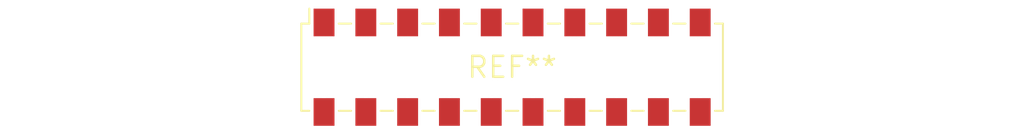
<source format=kicad_pcb>
(kicad_pcb (version 20240108) (generator pcbnew)
  (layers (0 "F.Cu" signal) (31 "B.Cu" signal) (34 "B.Paste" user) (35 "F.Paste" user) (36 "B.SilkS" user "B.Silkscreen") (37 "F.SilkS" user "F.Silkscreen") (38 "B.Mask" user) (39 "F.Mask" user) (44 "Edge.Cuts" user))
  (net 0 "")
  (footprint "Samtec_HLE-110-02-xxx-DV-BE-A_2x10_P2.54mm_Horizontal" (layer "F.Cu") (at 0 0)
    (property "Reference" "REF**")
    (property "Value" "Samtec_HLE-110-02-xxx-DV-BE-A_2x10_P2.54mm_Horizontal")
    (fp_line (start -12.81 -2.65) (end -12.81 2.65) (layer "F.SilkS") (stroke (width 0.12)))
    (fp_line (start -12.81 2.65) (end -12.325 2.65) (layer "F.SilkS") (stroke (width 0.12)))
    (fp_line (start -12.325 -3.56) (end -12.325 -2.65) (layer "F.SilkS") (stroke (width 0.12)))
    (fp_line (start -12.325 -2.65) (end -12.81 -2.65) (layer "F.SilkS") (stroke (width 0.12)))
    (fp_line (start -10.535 -2.65) (end -9.785 -2.65) (layer "F.SilkS") (stroke (width 0.12)))
    (fp_line (start -10.535 2.65) (end -9.785 2.65) (layer "F.SilkS") (stroke (width 0.12)))
    (fp_line (start -7.995 -2.65) (end -7.245 -2.65) (layer "F.SilkS") (stroke (width 0.12)))
    (fp_line (start -7.995 2.65) (end -7.245 2.65) (layer "F.SilkS") (stroke (width 0.12)))
    (fp_line (start -5.455 -2.65) (end -4.705 -2.65) (layer "F.SilkS") (stroke (width 0.12)))
    (fp_line (start -5.455 2.65) (end -4.705 2.65) (layer "F.SilkS") (stroke (width 0.12)))
    (fp_line (start -2.915 -2.65) (end -2.165 -2.65) (layer "F.SilkS") (stroke (width 0.12)))
    (fp_line (start -2.915 2.65) (end -2.165 2.65) (layer "F.SilkS") (stroke (width 0.12)))
    (fp_line (start -0.375 -2.65) (end 0.375 -2.65) (layer "F.SilkS") (stroke (width 0.12)))
    (fp_line (start -0.375 2.65) (end 0.375 2.65) (layer "F.SilkS") (stroke (width 0.12)))
    (fp_line (start 2.165 -2.65) (end 2.915 -2.65) (layer "F.SilkS") (stroke (width 0.12)))
    (fp_line (start 2.165 2.65) (end 2.915 2.65) (layer "F.SilkS") (stroke (width 0.12)))
    (fp_line (start 4.705 -2.65) (end 5.455 -2.65) (layer "F.SilkS") (stroke (width 0.12)))
    (fp_line (start 4.705 2.65) (end 5.455 2.65) (layer "F.SilkS") (stroke (width 0.12)))
    (fp_line (start 7.245 -2.65) (end 7.995 -2.65) (layer "F.SilkS") (stroke (width 0.12)))
    (fp_line (start 7.245 2.65) (end 7.995 2.65) (layer "F.SilkS") (stroke (width 0.12)))
    (fp_line (start 9.785 -2.65) (end 10.535 -2.65) (layer "F.SilkS") (stroke (width 0.12)))
    (fp_line (start 9.785 2.65) (end 10.535 2.65) (layer "F.SilkS") (stroke (width 0.12)))
    (fp_line (start 12.325 -2.65) (end 12.81 -2.65) (layer "F.SilkS") (stroke (width 0.12)))
    (fp_line (start 12.81 -2.65) (end 12.81 2.65) (layer "F.SilkS") (stroke (width 0.12)))
    (fp_line (start 12.81 2.65) (end 12.325 2.65) (layer "F.SilkS") (stroke (width 0.12)))
    (pad "" np_thru_hole circle (at -11.43 -1.27) (size 0.97 0.97) (drill 0.97) (layers *.Cu *.Mask))
    (pad "" np_thru_hole circle (at -11.43 1.27) (size 0.97 0.97) (drill 0.97) (layers *.Cu *.Mask))
    (pad "" np_thru_hole circle (at -10.16 0) (size 1.78 1.78) (drill 1.78) (layers *.Cu *.Mask))
    (pad "" np_thru_hole circle (at -8.89 -1.27) (size 0.97 0.97) (drill 0.97) (layers *.Cu *.Mask))
    (pad "" np_thru_hole circle (at -8.89 1.27) (size 0.97 0.97) (drill 0.97) (layers *.Cu *.Mask))
    (pad "" np_thru_hole circle (at -6.35 -1.27) (size 0.97 0.97) (drill 0.97) (layers *.Cu *.Mask))
    (pad "" np_thru_hole circle (at -6.35 1.27) (size 0.97 0.97) (drill 0.97) (layers *.Cu *.Mask))
    (pad "" np_thru_hole circle (at -3.81 -1.27) (size 0.97 0.97) (drill 0.97) (layers *.Cu *.Mask))
    (pad "" np_thru_hole circle (at -3.81 1.27) (size 0.97 0.97) (drill 0.97) (layers *.Cu *.Mask))
    (pad "" np_thru_hole circle (at -1.27 -1.27) (size 0.97 0.97) (drill 0.97) (layers *.Cu *.Mask))
    (pad "" np_thru_hole circle (at -1.27 1.27) (size 0.97 0.97) (drill 0.97) (layers *.Cu *.Mask))
    (pad "" np_thru_hole circle (at 1.27 -1.27) (size 0.97 0.97) (drill 0.97) (layers *.Cu *.Mask))
    (pad "" np_thru_hole circle (at 1.27 1.27) (size 0.97 0.97) (drill 0.97) (layers *.Cu *.Mask))
    (pad "" np_thru_hole circle (at 3.81 -1.27) (size 0.97 0.97) (drill 0.97) (layers *.Cu *.Mask))
    (pad "" np_thru_hole circle (at 3.81 1.27) (size 0.97 0.97) (drill 0.97) (layers *.Cu *.Mask))
    (pad "" np_thru_hole circle (at 6.35 -1.27) (size 0.97 0.97) (drill 0.97) (layers *.Cu *.Mask))
    (pad "" np_thru_hole circle (at 6.35 1.27) (size 0.97 0.97) (drill 0.97) (layers *.Cu *.Mask))
    (pad "" np_thru_hole circle (at 8.89 -1.27) (size 0.97 0.97) (drill 0.97) (layers *.Cu *.Mask))
    (pad "" np_thru_hole circle (at 8.89 1.27) (size 0.97 0.97) (drill 0.97) (layers *.Cu *.Mask))
    (pad "" np_thru_hole circle (at 10.16 0) (size 1.78 1.78) (drill 1.78) (layers *.Cu *.Mask))
    (pad "" np_thru_hole circle (at 11.43 -1.27) (size 0.97 0.97) (drill 0.97) (layers *.Cu *.Mask))
    (pad "" np_thru_hole circle (at 11.43 1.27) (size 0.97 0.97) (drill 0.97) (layers *.Cu *.Mask))
    (pad "1" smd rect (at -11.43 -2.72) (size 1.27 1.68) (layers "F.Cu" "F.Paste" "F.Mask"))
    (pad "2" smd rect (at -11.43 2.72) (size 1.27 1.68) (layers "F.Cu" "F.Paste" "F.Mask"))
    (pad "3" smd rect (at -8.89 -2.72) (size 1.27 1.68) (layers "F.Cu" "F.Paste" "F.Mask"))
    (pad "4" smd rect (at -8.89 2.72) (size 1.27 1.68) (layers "F.Cu" "F.Paste" "F.Mask"))
    (pad "5" smd rect (at -6.35 -2.72) (size 1.27 1.68) (layers "F.Cu" "F.Paste" "F.Mask"))
    (pad "6" smd rect (at -6.35 2.72) (size 1.27 1.68) (layers "F.Cu" "F.Paste" "F.Mask"))
    (pad "7" smd rect (at -3.81 -2.72) (size 1.27 1.68) (layers "F.Cu" "F.Paste" "F.Mask"))
    (pad "8" smd rect (at -3.81 2.72) (size 1.27 1.68) (layers "F.Cu" "F.Paste" "F.Mask"))
    (pad "9" smd rect (at -1.27 -2.72) (size 1.27 1.68) (layers "F.Cu" "F.Paste" "F.Mask"))
    (pad "10" smd rect (at -1.27 2.72) (size 1.27 1.68) (layers "F.Cu" "F.Paste" "F.Mask"))
    (pad "11" smd rect (at 1.27 -2.72) (size 1.27 1.68) (layers "F.Cu" "F.Paste" "F.Mask"))
    (pad "12" smd rect (at 1.27 2.72) (size 1.27 1.68) (layers "F.Cu" "F.Paste" "F.Mask"))
    (pad "13" smd rect (at 3.81 -2.72) (size 1.27 1.68) (layers "F.Cu" "F.Paste" "F.Mask"))
    (pad "14" smd rect (at 3.81 2.72) (size 1.27 1.68) (layers "F.Cu" "F.Paste" "F.Mask"))
    (pad "15" smd rect (at 6.35 -2.72) (size 1.27 1.68) (layers "F.Cu" "F.Paste" "F.Mask"))
    (pad "16" smd rect (at 6.35 2.72) (size 1.27 1.68) (layers "F.Cu" "F.Paste" "F.Mask"))
    (pad "17" smd rect (at 8.89 -2.72) (size 1.27 1.68) (layers "F.Cu" "F.Paste" "F.Mask"))
    (pad "18" smd rect (at 8.89 2.72) (size 1.27 1.68) (layers "F.Cu" "F.Paste" "F.Mask"))
    (pad "19" smd rect (at 11.43 -2.72) (size 1.27 1.68) (layers "F.Cu" "F.Paste" "F.Mask"))
    (pad "20" smd rect (at 11.43 2.72) (size 1.27 1.68) (layers "F.Cu" "F.Paste" "F.Mask"))
  )
)
</source>
